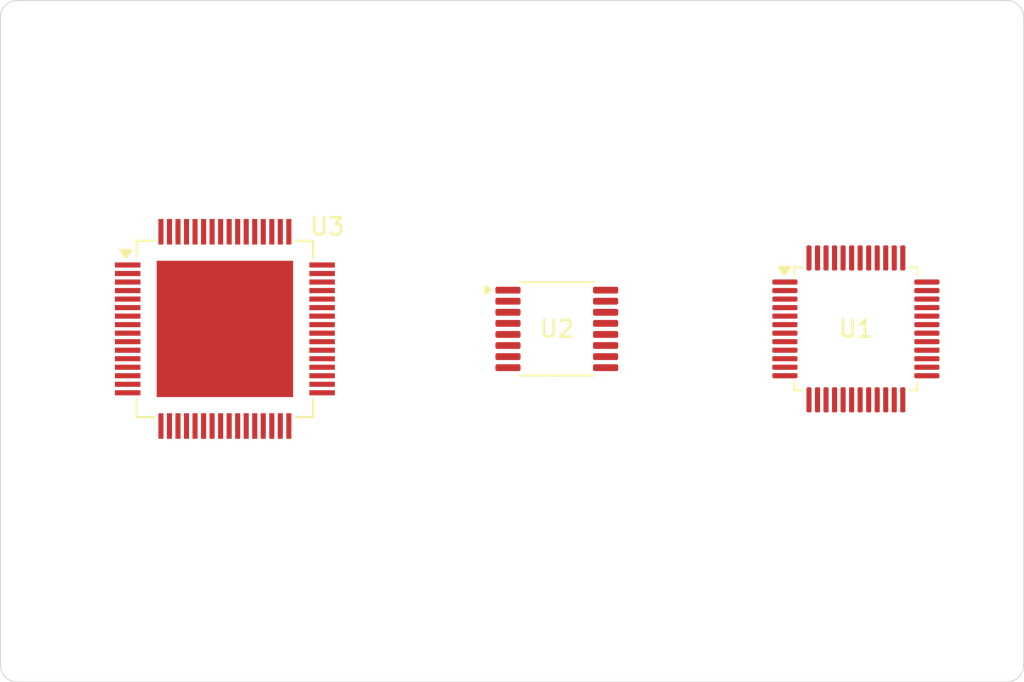
<source format=kicad_pcb>
(kicad_pcb (version 20221018) (generator pcbnew)
  (layers (0 "F.Cu" signal) (31 "B.Cu" signal) (34 "B.Paste" user) (35 "F.Paste" user) (36 "B.SilkS" user "B.Silkscreen") (37 "F.SilkS" user "F.Silkscreen") (38 "B.Mask" user) (39 "F.Mask" user) (44 "Edge.Cuts" user))
  (net 0 "")
  (net 23 "Net-(U1-VSS-Pad23)")
  (footprint "Package_SO:TSSOP-16_4.4x5mm_P0.65mm" (layer "F.Cu") (at 96.625 62.275)
    (fp_text reference "U2" (at 0 0) (layer "F.SilkS"))
    (fp_text value "BQ79600-Q1")
    (fp_line (start 0 -2.735) (end -2.2 -2.735) (stroke (width 0.12)) (layer "F.SilkS"))
    (fp_line (start 0 -2.735) (end 2.2 -2.735) (stroke (width 0.12)) (layer "F.SilkS"))
    (fp_line (start 0 2.735) (end -2.2 2.735) (stroke (width 0.12)) (layer "F.SilkS"))
    (fp_line (start 0 2.735) (end 2.2 2.735) (stroke (width 0.12)) (layer "F.SilkS"))
    (fp_poly (pts (xy -3.86 -2.275) (xy -4.19 -2.515) (xy -4.19 -2.035) (xy -3.86 -2.275)) (stroke (width 0.12)) (fill solid) (layer "F.SilkS"))
    (pad "1" smd roundrect (at -2.8625 -2.275) (size 1.475 0.4) (layers "F.Cu" "F.Paste" "F.Mask"))
    (pad "2" smd roundrect (at -2.8625 -1.625) (size 1.475 0.4) (layers "F.Cu" "F.Paste" "F.Mask"))
    (pad "3" smd roundrect (at -2.8625 -0.975) (size 1.475 0.4) (layers "F.Cu" "F.Paste" "F.Mask"))
    (pad "4" smd roundrect (at -2.8625 -0.325) (size 1.475 0.4) (layers "F.Cu" "F.Paste" "F.Mask"))
    (pad "5" smd roundrect (at -2.8625 0.325) (size 1.475 0.4) (layers "F.Cu" "F.Paste" "F.Mask"))
    (pad "6" smd roundrect (at -2.8625 0.975) (size 1.475 0.4) (layers "F.Cu" "F.Paste" "F.Mask"))
    (pad "7" smd roundrect (at -2.8625 1.625) (size 1.475 0.4) (layers "F.Cu" "F.Paste" "F.Mask"))
    (pad "8" smd roundrect (at -2.8625 2.275) (size 1.475 0.4) (layers "F.Cu" "F.Paste" "F.Mask"))
    (pad "9" smd roundrect (at 2.8625 2.275) (size 1.475 0.4) (layers "F.Cu" "F.Paste" "F.Mask"))
    (pad "10" smd roundrect (at 2.8625 1.625) (size 1.475 0.4) (layers "F.Cu" "F.Paste" "F.Mask"))
    (pad "11" smd roundrect (at 2.8625 0.975) (size 1.475 0.4) (layers "F.Cu" "F.Paste" "F.Mask"))
    (pad "12" smd roundrect (at 2.8625 0.325) (size 1.475 0.4) (layers "F.Cu" "F.Paste" "F.Mask"))
    (pad "13" smd roundrect (at 2.8625 -0.325) (size 1.475 0.4) (layers "F.Cu" "F.Paste" "F.Mask"))
    (pad "14" smd roundrect (at 2.8625 -0.975) (size 1.475 0.4) (layers "F.Cu" "F.Paste" "F.Mask"))
    (pad "15" smd roundrect (at 2.8625 -1.625) (size 1.475 0.4) (layers "F.Cu" "F.Paste" "F.Mask"))
    (pad "16" smd roundrect (at 2.8625 -2.275) (size 1.475 0.4) (layers "F.Cu" "F.Paste" "F.Mask"))
  )
  (footprint "Package_QFP:LQFP-48_7x7mm_P0.5mm" (layer "F.Cu") (at 114.1625 62.275)
    (fp_text reference "U1" (at 0 0) (layer "F.SilkS"))
    (fp_text value "STM32F103C8Tx")
    (fp_line (start -3.61 -3.61) (end -3.61 -3.16) (stroke (width 0.12)) (layer "F.SilkS"))
    (fp_line (start -3.61 3.61) (end -3.61 3.16) (stroke (width 0.12)) (layer "F.SilkS"))
    (fp_line (start -3.16 -3.61) (end -3.61 -3.61) (stroke (width 0.12)) (layer "F.SilkS"))
    (fp_line (start -3.16 3.61) (end -3.61 3.61) (stroke (width 0.12)) (layer "F.SilkS"))
    (fp_line (start 3.16 -3.61) (end 3.61 -3.61) (stroke (width 0.12)) (layer "F.SilkS"))
    (fp_line (start 3.16 3.61) (end 3.61 3.61) (stroke (width 0.12)) (layer "F.SilkS"))
    (fp_line (start 3.61 -3.61) (end 3.61 -3.16) (stroke (width 0.12)) (layer "F.SilkS"))
    (fp_line (start 3.61 3.61) (end 3.61 3.16) (stroke (width 0.12)) (layer "F.SilkS"))
    (fp_poly (pts (xy -4.2 -3.16) (xy -4.54 -3.63) (xy -3.86 -3.63) (xy -4.2 -3.16)) (stroke (width 0.12)) (fill solid) (layer "F.SilkS"))
    (pad "1" smd roundrect (at -4.1625 -2.75) (size 1.475 0.3) (layers "F.Cu" "F.Paste" "F.Mask"))
    (pad "2" smd roundrect (at -4.1625 -2.25) (size 1.475 0.3) (layers "F.Cu" "F.Paste" "F.Mask"))
    (pad "3" smd roundrect (at -4.1625 -1.75) (size 1.475 0.3) (layers "F.Cu" "F.Paste" "F.Mask"))
    (pad "4" smd roundrect (at -4.1625 -1.25) (size 1.475 0.3) (layers "F.Cu" "F.Paste" "F.Mask"))
    (pad "5" smd roundrect (at -4.1625 -0.75) (size 1.475 0.3) (layers "F.Cu" "F.Paste" "F.Mask"))
    (pad "6" smd roundrect (at -4.1625 -0.25) (size 1.475 0.3) (layers "F.Cu" "F.Paste" "F.Mask"))
    (pad "7" smd roundrect (at -4.1625 0.25) (size 1.475 0.3) (layers "F.Cu" "F.Paste" "F.Mask"))
    (pad "8" smd roundrect (at -4.1625 0.75) (size 1.475 0.3) (layers "F.Cu" "F.Paste" "F.Mask"))
    (pad "9" smd roundrect (at -4.1625 1.25) (size 1.475 0.3) (layers "F.Cu" "F.Paste" "F.Mask"))
    (pad "10" smd roundrect (at -4.1625 1.75) (size 1.475 0.3) (layers "F.Cu" "F.Paste" "F.Mask"))
    (pad "11" smd roundrect (at -4.1625 2.25) (size 1.475 0.3) (layers "F.Cu" "F.Paste" "F.Mask"))
    (pad "12" smd roundrect (at -4.1625 2.75) (size 1.475 0.3) (layers "F.Cu" "F.Paste" "F.Mask"))
    (pad "13" smd roundrect (at -2.75 4.1625) (size 0.3 1.475) (layers "F.Cu" "F.Paste" "F.Mask"))
    (pad "14" smd roundrect (at -2.25 4.1625) (size 0.3 1.475) (layers "F.Cu" "F.Paste" "F.Mask"))
    (pad "15" smd roundrect (at -1.75 4.1625) (size 0.3 1.475) (layers "F.Cu" "F.Paste" "F.Mask"))
    (pad "16" smd roundrect (at -1.25 4.1625) (size 0.3 1.475) (layers "F.Cu" "F.Paste" "F.Mask"))
    (pad "17" smd roundrect (at -0.75 4.1625) (size 0.3 1.475) (layers "F.Cu" "F.Paste" "F.Mask"))
    (pad "18" smd roundrect (at -0.25 4.1625) (size 0.3 1.475) (layers "F.Cu" "F.Paste" "F.Mask"))
    (pad "19" smd roundrect (at 0.25 4.1625) (size 0.3 1.475) (layers "F.Cu" "F.Paste" "F.Mask"))
    (pad "20" smd roundrect (at 0.75 4.1625) (size 0.3 1.475) (layers "F.Cu" "F.Paste" "F.Mask"))
    (pad "21" smd roundrect (at 1.25 4.1625) (size 0.3 1.475) (layers "F.Cu" "F.Paste" "F.Mask"))
    (pad "22" smd roundrect (at 1.75 4.1625) (size 0.3 1.475) (layers "F.Cu" "F.Paste" "F.Mask"))
    (pad "23" smd roundrect (at 2.25 4.1625) (size 0.3 1.475) (layers "F.Cu" "F.Paste" "F.Mask") (net 23 "Net-(U1-VSS-Pad23)"))
    (pad "24" smd roundrect (at 2.75 4.1625) (size 0.3 1.475) (layers "F.Cu" "F.Paste" "F.Mask"))
    (pad "25" smd roundrect (at 4.1625 2.75) (size 1.475 0.3) (layers "F.Cu" "F.Paste" "F.Mask"))
    (pad "26" smd roundrect (at 4.1625 2.25) (size 1.475 0.3) (layers "F.Cu" "F.Paste" "F.Mask"))
    (pad "27" smd roundrect (at 4.1625 1.75) (size 1.475 0.3) (layers "F.Cu" "F.Paste" "F.Mask"))
    (pad "28" smd roundrect (at 4.1625 1.25) (size 1.475 0.3) (layers "F.Cu" "F.Paste" "F.Mask"))
    (pad "29" smd roundrect (at 4.1625 0.75) (size 1.475 0.3) (layers "F.Cu" "F.Paste" "F.Mask"))
    (pad "30" smd roundrect (at 4.1625 0.25) (size 1.475 0.3) (layers "F.Cu" "F.Paste" "F.Mask"))
    (pad "31" smd roundrect (at 4.1625 -0.25) (size 1.475 0.3) (layers "F.Cu" "F.Paste" "F.Mask"))
    (pad "32" smd roundrect (at 4.1625 -0.75) (size 1.475 0.3) (layers "F.Cu" "F.Paste" "F.Mask"))
    (pad "33" smd roundrect (at 4.1625 -1.25) (size 1.475 0.3) (layers "F.Cu" "F.Paste" "F.Mask"))
    (pad "34" smd roundrect (at 4.1625 -1.75) (size 1.475 0.3) (layers "F.Cu" "F.Paste" "F.Mask"))
    (pad "35" smd roundrect (at 4.1625 -2.25) (size 1.475 0.3) (layers "F.Cu" "F.Paste" "F.Mask") (net 23 "Net-(U1-VSS-Pad23)"))
    (pad "36" smd roundrect (at 4.1625 -2.75) (size 1.475 0.3) (layers "F.Cu" "F.Paste" "F.Mask"))
    (pad "37" smd roundrect (at 2.75 -4.1625) (size 0.3 1.475) (layers "F.Cu" "F.Paste" "F.Mask"))
    (pad "38" smd roundrect (at 2.25 -4.1625) (size 0.3 1.475) (layers "F.Cu" "F.Paste" "F.Mask"))
    (pad "39" smd roundrect (at 1.75 -4.1625) (size 0.3 1.475) (layers "F.Cu" "F.Paste" "F.Mask"))
    (pad "40" smd roundrect (at 1.25 -4.1625) (size 0.3 1.475) (layers "F.Cu" "F.Paste" "F.Mask"))
    (pad "41" smd roundrect (at 0.75 -4.1625) (size 0.3 1.475) (layers "F.Cu" "F.Paste" "F.Mask"))
    (pad "42" smd roundrect (at 0.25 -4.1625) (size 0.3 1.475) (layers "F.Cu" "F.Paste" "F.Mask"))
    (pad "43" smd roundrect (at -0.25 -4.1625) (size 0.3 1.475) (layers "F.Cu" "F.Paste" "F.Mask"))
    (pad "44" smd roundrect (at -0.75 -4.1625) (size 0.3 1.475) (layers "F.Cu" "F.Paste" "F.Mask"))
    (pad "45" smd roundrect (at -1.25 -4.1625) (size 0.3 1.475) (layers "F.Cu" "F.Paste" "F.Mask"))
    (pad "46" smd roundrect (at -1.75 -4.1625) (size 0.3 1.475) (layers "F.Cu" "F.Paste" "F.Mask"))
    (pad "47" smd roundrect (at -2.25 -4.1625) (size 0.3 1.475) (layers "F.Cu" "F.Paste" "F.Mask") (net 23 "Net-(U1-VSS-Pad23)"))
    (pad "48" smd roundrect (at -2.75 -4.1625) (size 0.3 1.475) (layers "F.Cu" "F.Paste" "F.Mask"))
  )
  (footprint "Package_QFP:HTQFP-64-1EP_10x10mm_P0.5mm_EP8x8mm" (layer "F.Cu") (at 77.1625 62.275)
    (fp_text reference "U3" (at 6 -6) (layer "F.SilkS"))
    (fp_text value "~")
    (fp_line (start -5.175 -5.175) (end -5.175 -4.225) (stroke (width 0.12)) (layer "F.SilkS"))
    (fp_line (start -5.175 -5.175) (end -4.125 -5.175) (stroke (width 0.12)) (layer "F.SilkS"))
    (fp_line (start -5.175 5.175) (end -5.175 4.125) (stroke (width 0.12)) (layer "F.SilkS"))
    (fp_line (start -5.175 5.175) (end -4.125 5.175) (stroke (width 0.12)) (layer "F.SilkS"))
    (fp_line (start 5.175 -5.175) (end 4.125 -5.175) (stroke (width 0.12)) (layer "F.SilkS"))
    (fp_line (start 5.175 -5.175) (end 5.175 -4.125) (stroke (width 0.12)) (layer "F.SilkS"))
    (fp_line (start 5.175 5.175) (end 4.125 5.175) (stroke (width 0.12)) (layer "F.SilkS"))
    (fp_line (start 5.175 5.175) (end 5.175 4.125) (stroke (width 0.12)) (layer "F.SilkS"))
    (fp_poly (pts (xy -5.81 -4.17) (xy -6.15 -4.64) (xy -5.47 -4.64) (xy -5.81 -4.17)) (stroke (width 0.12)) (fill solid) (layer "F.SilkS"))
    (pad "1" smd rect (at -5.7 -3.75) (size 1.5 0.3) (layers "F.Cu" "F.Paste" "F.Mask"))
    (pad "2" smd rect (at -5.7 -3.25) (size 1.5 0.3) (layers "F.Cu" "F.Paste" "F.Mask"))
    (pad "3" smd rect (at -5.7 -2.75) (size 1.5 0.3) (layers "F.Cu" "F.Paste" "F.Mask"))
    (pad "4" smd rect (at -5.7 -2.25) (size 1.5 0.3) (layers "F.Cu" "F.Paste" "F.Mask"))
    (pad "5" smd rect (at -5.7 -1.75) (size 1.5 0.3) (layers "F.Cu" "F.Paste" "F.Mask"))
    (pad "6" smd rect (at -5.7 -1.25) (size 1.5 0.3) (layers "F.Cu" "F.Paste" "F.Mask"))
    (pad "7" smd rect (at -5.7 -0.75) (size 1.5 0.3) (layers "F.Cu" "F.Paste" "F.Mask"))
    (pad "8" smd rect (at -5.7 -0.25) (size 1.5 0.3) (layers "F.Cu" "F.Paste" "F.Mask"))
    (pad "9" smd rect (at -5.7 0.25) (size 1.5 0.3) (layers "F.Cu" "F.Paste" "F.Mask"))
    (pad "10" smd rect (at -5.7 0.75) (size 1.5 0.3) (layers "F.Cu" "F.Paste" "F.Mask"))
    (pad "11" smd rect (at -5.7 1.25) (size 1.5 0.3) (layers "F.Cu" "F.Paste" "F.Mask"))
    (pad "12" smd rect (at -5.7 1.75) (size 1.5 0.3) (layers "F.Cu" "F.Paste" "F.Mask"))
    (pad "13" smd rect (at -5.7 2.25) (size 1.5 0.3) (layers "F.Cu" "F.Paste" "F.Mask"))
    (pad "14" smd rect (at -5.7 2.75) (size 1.5 0.3) (layers "F.Cu" "F.Paste" "F.Mask"))
    (pad "15" smd rect (at -5.7 3.25) (size 1.5 0.3) (layers "F.Cu" "F.Paste" "F.Mask"))
    (pad "16" smd rect (at -5.7 3.75) (size 1.5 0.3) (layers "F.Cu" "F.Paste" "F.Mask"))
    (pad "17" smd rect (at -3.75 5.7 90) (size 1.5 0.3) (layers "F.Cu" "F.Paste" "F.Mask"))
    (pad "18" smd rect (at -3.25 5.7 90) (size 1.5 0.3) (layers "F.Cu" "F.Paste" "F.Mask"))
    (pad "19" smd rect (at -2.75 5.7 90) (size 1.5 0.3) (layers "F.Cu" "F.Paste" "F.Mask"))
    (pad "20" smd rect (at -2.25 5.7 90) (size 1.5 0.3) (layers "F.Cu" "F.Paste" "F.Mask"))
    (pad "21" smd rect (at -1.75 5.7 90) (size 1.5 0.3) (layers "F.Cu" "F.Paste" "F.Mask"))
    (pad "22" smd rect (at -1.25 5.7 90) (size 1.5 0.3) (layers "F.Cu" "F.Paste" "F.Mask"))
    (pad "23" smd rect (at -0.75 5.7 90) (size 1.5 0.3) (layers "F.Cu" "F.Paste" "F.Mask"))
    (pad "24" smd rect (at -0.25 5.7 90) (size 1.5 0.3) (layers "F.Cu" "F.Paste" "F.Mask"))
    (pad "25" smd rect (at 0.25 5.7 90) (size 1.5 0.3) (layers "F.Cu" "F.Paste" "F.Mask"))
    (pad "26" smd rect (at 0.75 5.7 90) (size 1.5 0.3) (layers "F.Cu" "F.Paste" "F.Mask"))
    (pad "27" smd rect (at 1.25 5.7 90) (size 1.5 0.3) (layers "F.Cu" "F.Paste" "F.Mask"))
    (pad "28" smd rect (at 1.75 5.7 90) (size 1.5 0.3) (layers "F.Cu" "F.Paste" "F.Mask"))
    (pad "29" smd rect (at 2.25 5.7 90) (size 1.5 0.3) (layers "F.Cu" "F.Paste" "F.Mask"))
    (pad "30" smd rect (at 2.75 5.7 90) (size 1.5 0.3) (layers "F.Cu" "F.Paste" "F.Mask"))
    (pad "31" smd rect (at 3.25 5.7 90) (size 1.5 0.3) (layers "F.Cu" "F.Paste" "F.Mask"))
    (pad "32" smd rect (at 3.75 5.7 90) (size 1.5 0.3) (layers "F.Cu" "F.Paste" "F.Mask"))
    (pad "33" smd rect (at 5.7 3.75) (size 1.5 0.3) (layers "F.Cu" "F.Paste" "F.Mask"))
    (pad "34" smd rect (at 5.7 3.25) (size 1.5 0.3) (layers "F.Cu" "F.Paste" "F.Mask"))
    (pad "35" smd rect (at 5.7 2.75) (size 1.5 0.3) (layers "F.Cu" "F.Paste" "F.Mask"))
    (pad "36" smd rect (at 5.7 2.25) (size 1.5 0.3) (layers "F.Cu" "F.Paste" "F.Mask"))
    (pad "37" smd rect (at 5.7 1.75) (size 1.5 0.3) (layers "F.Cu" "F.Paste" "F.Mask"))
    (pad "38" smd rect (at 5.7 1.25) (size 1.5 0.3) (layers "F.Cu" "F.Paste" "F.Mask"))
    (pad "39" smd rect (at 5.7 0.75) (size 1.5 0.3) (layers "F.Cu" "F.Paste" "F.Mask"))
    (pad "40" smd rect (at 5.7 0.25) (size 1.5 0.3) (layers "F.Cu" "F.Paste" "F.Mask"))
    (pad "41" smd rect (at 5.7 -0.25) (size 1.5 0.3) (layers "F.Cu" "F.Paste" "F.Mask"))
    (pad "42" smd rect (at 5.7 -0.75) (size 1.5 0.3) (layers "F.Cu" "F.Paste" "F.Mask"))
    (pad "43" smd rect (at 5.7 -1.25) (size 1.5 0.3) (layers "F.Cu" "F.Paste" "F.Mask"))
    (pad "44" smd rect (at 5.7 -1.75) (size 1.5 0.3) (layers "F.Cu" "F.Paste" "F.Mask"))
    (pad "45" smd rect (at 5.7 -2.25) (size 1.5 0.3) (layers "F.Cu" "F.Paste" "F.Mask"))
    (pad "46" smd rect (at 5.7 -2.75) (size 1.5 0.3) (layers "F.Cu" "F.Paste" "F.Mask"))
    (pad "47" smd rect (at 5.7 -3.25) (size 1.5 0.3) (layers "F.Cu" "F.Paste" "F.Mask"))
    (pad "48" smd rect (at 5.7 -3.75) (size 1.5 0.3) (layers "F.Cu" "F.Paste" "F.Mask"))
    (pad "49" smd rect (at 3.75 -5.7 90) (size 1.5 0.3) (layers "F.Cu" "F.Paste" "F.Mask"))
    (pad "50" smd rect (at 3.25 -5.7 90) (size 1.5 0.3) (layers "F.Cu" "F.Paste" "F.Mask"))
    (pad "51" smd rect (at 2.75 -5.7 90) (size 1.5 0.3) (layers "F.Cu" "F.Paste" "F.Mask"))
    (pad "52" smd rect (at 2.25 -5.7 90) (size 1.5 0.3) (layers "F.Cu" "F.Paste" "F.Mask"))
    (pad "53" smd rect (at 1.75 -5.7 90) (size 1.5 0.3) (layers "F.Cu" "F.Paste" "F.Mask"))
    (pad "54" smd rect (at 1.25 -5.7 90) (size 1.5 0.3) (layers "F.Cu" "F.Paste" "F.Mask"))
    (pad "55" smd rect (at 0.75 -5.7 90) (size 1.5 0.3) (layers "F.Cu" "F.Paste" "F.Mask"))
    (pad "56" smd rect (at 0.25 -5.7 90) (size 1.5 0.3) (layers "F.Cu" "F.Paste" "F.Mask"))
    (pad "57" smd rect (at -0.25 -5.7 90) (size 1.5 0.3) (layers "F.Cu" "F.Paste" "F.Mask"))
    (pad "58" smd rect (at -0.75 -5.7 90) (size 1.5 0.3) (layers "F.Cu" "F.Paste" "F.Mask"))
    (pad "59" smd rect (at -1.25 -5.7 90) (size 1.5 0.3) (layers "F.Cu" "F.Paste" "F.Mask"))
    (pad "60" smd rect (at -1.75 -5.7 90) (size 1.5 0.3) (layers "F.Cu" "F.Paste" "F.Mask"))
    (pad "61" smd rect (at -2.25 -5.7 90) (size 1.5 0.3) (layers "F.Cu" "F.Paste" "F.Mask"))
    (pad "62" smd rect (at -2.75 -5.7 90) (size 1.5 0.3) (layers "F.Cu" "F.Paste" "F.Mask"))
    (pad "63" smd rect (at -3.25 -5.7 90) (size 1.5 0.3) (layers "F.Cu" "F.Paste" "F.Mask"))
    (pad "64" smd rect (at -3.75 -5.7 90) (size 1.5 0.3) (layers "F.Cu" "F.Paste" "F.Mask"))
    (pad "65" smd rect (at 0 0 180) (size 8 8) (layers "F.Cu" "F.Mask"))
  )
  (gr_arc (start 65 83) (mid 64.292893 82.707107) (end 64 82) (stroke (width 0.05)) (layer "Edge.Cuts"))
  (gr_arc (start 124 82) (mid 123.707107 82.707107) (end 123 83) (stroke (width 0.05)) (layer "Edge.Cuts"))
  (gr_line (start 123 83) (end 65 83) (stroke (width 0.05)) (layer "Edge.Cuts"))
  (gr_line (start 65 43) (end 123 43) (stroke (width 0.05)) (layer "Edge.Cuts"))
  (gr_arc (start 123 43) (mid 123.707107 43.292893) (end 124 44) (stroke (width 0.05)) (layer "Edge.Cuts"))
  (gr_line (start 64 82) (end 64 44) (stroke (width 0.05)) (layer "Edge.Cuts"))
  (gr_arc (start 64 44) (mid 64.292893 43.292893) (end 65 43) (stroke (width 0.05)) (layer "Edge.Cuts"))
  (gr_line (start 124 44) (end 124 82) (stroke (width 0.05)) (layer "Edge.Cuts"))
)
</source>
